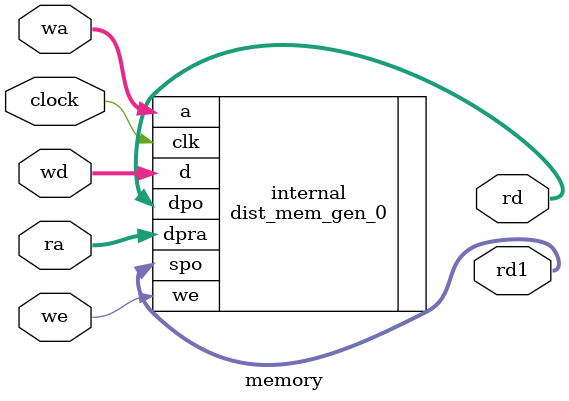
<source format=v>
`timescale 1ns / 1ps


 module memory(
input clock,
input [7:0] ra, wa, 
input [31:0] wd,
output [31:0] rd, 
output [31:0] rd1,
input we 
 ); 
dist_mem_gen_0 internal( 
.a(wa), // input wire [15 : 0] a 10 
.d(wd), // input wire [11 : 0] d 11 
.dpra(ra), // input wire [15 : 0] dpra 12 
.clk(clock), // input wire clk 13 
.we(we), // input wire we 14 
.dpo(rd),
.spo(rd1) ); // output wire [11 : 0] dpo
endmodule 
</source>
